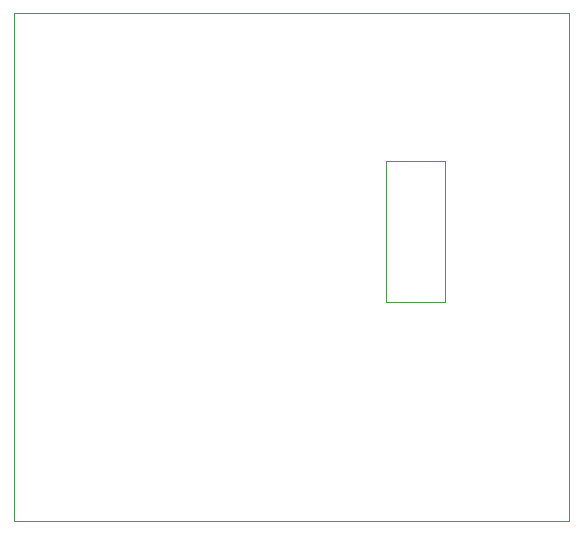
<source format=gbr>
G04 #@! TF.GenerationSoftware,KiCad,Pcbnew,(5.1.5-0-10_14)*
G04 #@! TF.CreationDate,2020-08-02T20:19:12-07:00*
G04 #@! TF.ProjectId,Programmer_Board,50726f67-7261-46d6-9d65-725f426f6172,rev?*
G04 #@! TF.SameCoordinates,Original*
G04 #@! TF.FileFunction,Profile,NP*
%FSLAX46Y46*%
G04 Gerber Fmt 4.6, Leading zero omitted, Abs format (unit mm)*
G04 Created by KiCad (PCBNEW (5.1.5-0-10_14)) date 2020-08-02 20:19:12*
%MOMM*%
%LPD*%
G04 APERTURE LIST*
%ADD10C,0.050000*%
G04 APERTURE END LIST*
D10*
X137500000Y-78500000D02*
X132500000Y-78500000D01*
X137500000Y-66500000D02*
X137500000Y-78500000D01*
X132500000Y-66500000D02*
X137500000Y-66500000D01*
X132500000Y-78500000D02*
X132500000Y-66500000D01*
X148000000Y-97000000D02*
X101000000Y-97000000D01*
X148000000Y-54000000D02*
X148000000Y-97000000D01*
X101000000Y-54000000D02*
X148000000Y-54000000D01*
X101000000Y-97000000D02*
X101000000Y-54000000D01*
M02*

</source>
